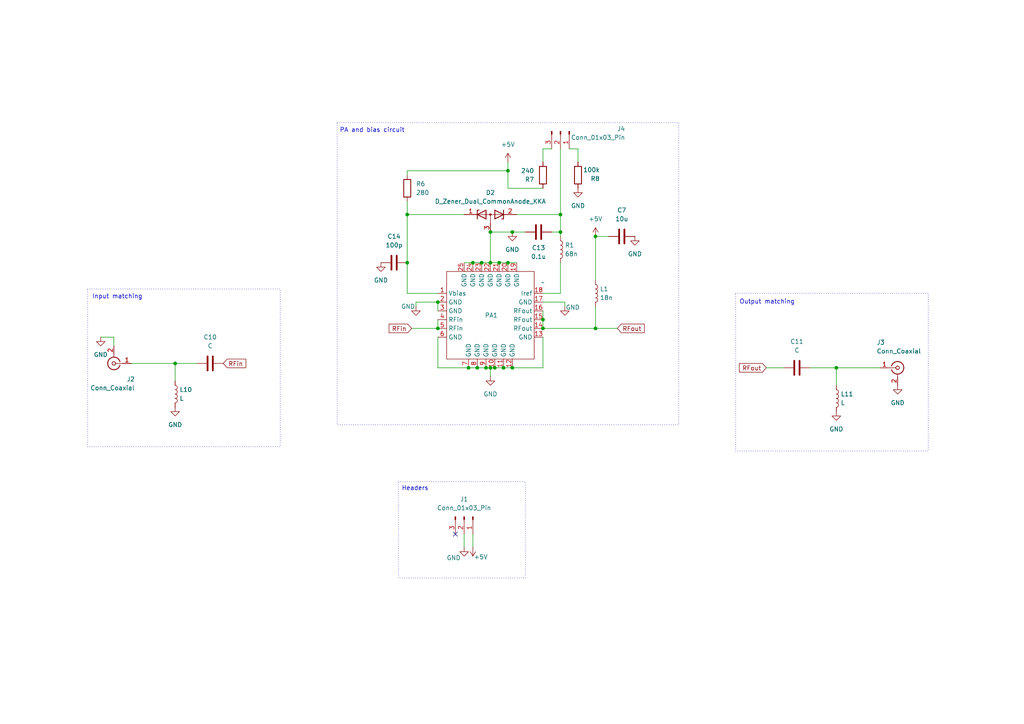
<source format=kicad_sch>
(kicad_sch (version 20231120) (generator "eeschema") (generator_version "8.0")
  (paper "A4")
  (lib_symbols
    (symbol "Avionics:TQP7M9106"
      (property "Reference" "PA" (at 0 0 0))
      (symbol "TQP7M9106_0_1"
        (rectangle (start -12.7 12.7) (end 12.7 -12.7))
      )
      (symbol "TQP7M9106_1_1"
        (pin input line (at -15.24 6.35 0) (length 2.54) (name "Vbias") (number "1"))
        (pin input line (at 1.27 -15.24 90) (length 2.54) (name "GND") (number "10"))
        (pin input line (at 3.81 -15.24 90) (length 2.54) (name "GND") (number "11"))
        (pin input line (at 6.35 -15.24 90) (length 2.54) (name "GND") (number "12"))
        (pin input line (at 15.24 -6.35 180) (length 2.54) (name "GND") (number "13"))
        (pin input line (at 15.24 -3.81 180) (length 2.54) (name "RFout") (number "14"))
        (pin input line (at 15.24 -1.27 180) (length 2.54) (name "RFout") (number "15"))
        (pin input line (at 15.24 1.27 180) (length 2.54) (name "RFout") (number "16"))
        (pin input line (at 15.24 3.81 180) (length 2.54) (name "GND") (number "17"))
        (pin input line (at 15.24 6.35 180) (length 2.54) (name "Iref") (number "18"))
        (pin input line (at 7.62 15.24 270) (length 2.54) (name "GND") (number "19"))
        (pin input line (at -15.24 3.81 0) (length 2.54) (name "GND") (number "2"))
        (pin input line (at 5.08 15.24 270) (length 2.54) (name "GND") (number "20"))
        (pin input line (at 2.54 15.24 270) (length 2.54) (name "GND") (number "21"))
        (pin input line (at 0 15.24 270) (length 2.54) (name "GND") (number "22"))
        (pin input line (at -2.54 15.24 270) (length 2.54) (name "GND") (number "23"))
        (pin input line (at -5.08 15.24 270) (length 2.54) (name "GND") (number "24"))
        (pin input line (at -7.62 15.24 270) (length 2.54) (name "GND") (number "25"))
        (pin input line (at -15.24 1.27 0) (length 2.54) (name "GND") (number "3"))
        (pin input line (at -15.24 -1.27 0) (length 2.54) (name "RFin") (number "4"))
        (pin input line (at -15.24 -3.81 0) (length 2.54) (name "RFin") (number "5"))
        (pin input line (at -15.24 -6.35 0) (length 2.54) (name "GND") (number "6"))
        (pin input line (at -6.35 -15.24 90) (length 2.54) (name "GND") (number "7"))
        (pin input line (at -3.81 -15.24 90) (length 2.54) (name "GND") (number "8"))
        (pin input line (at -1.27 -15.24 90) (length 2.54) (name "GND") (number "9"))
      )
    )
    (symbol "Connector:Conn_01x03_Pin" (pin_names (offset 1.016) hide)
      (property "Reference" "J" (at 0 5.08 0))
      (property "Value" "Conn_01x03_Pin" (at 0 -5.08 0))
      (symbol "Conn_01x03_Pin_1_1"
        (polyline (pts (xy 1.27 -2.54) (xy 0.8636 -2.54)) (stroke (width 0.1524)))
        (polyline (pts (xy 1.27 0) (xy 0.8636 0)) (stroke (width 0.1524)))
        (polyline (pts (xy 1.27 2.54) (xy 0.8636 2.54)) (stroke (width 0.1524)))
        (rectangle (start 0.8636 -2.413) (end 0 -2.667) (stroke (width 0.1524)) (fill (type outline)))
        (rectangle (start 0.8636 0.127) (end 0 -0.127) (stroke (width 0.1524)) (fill (type outline)))
        (rectangle (start 0.8636 2.667) (end 0 2.413) (stroke (width 0.1524)) (fill (type outline)))
        (pin passive line (at 5.08 2.54 180) (length 3.81) (name "Pin_1") (number "1"))
        (pin passive line (at 5.08 0 180) (length 3.81) (name "Pin_2") (number "2"))
        (pin passive line (at 5.08 -2.54 180) (length 3.81) (name "Pin_3") (number "3"))
      )
    )
    (symbol "Connector:Conn_Coaxial" (pin_names (offset 1.016) hide)
      (property "Reference" "J" (at 0.254 3.048 0))
      (property "Value" "Conn_Coaxial" (at 2.921 0 90))
      (symbol "Conn_Coaxial_0_1"
        (arc (start -1.778 -0.508) (mid 0.2311 -1.8066) (end 1.778 0) (stroke (width 0.254)))
        (polyline (pts (xy -2.54 0) (xy -0.508 0)))
        (polyline (pts (xy 0 -2.54) (xy 0 -1.778)))
        (circle (center 0 0) (radius 0.508) (stroke (width 0.2032)))
        (arc (start 1.778 0) (mid 0.2099 1.8101) (end -1.778 0.508) (stroke (width 0.254)))
      )
      (symbol "Conn_Coaxial_1_1"
        (pin passive line (at -5.08 0 0) (length 2.54) (name "In") (number "1"))
        (pin passive line (at 0 -5.08 90) (length 2.54) (name "Ext") (number "2"))
      )
    )
    (symbol "Device:C" (pin_numbers hide) (pin_names (offset 0.254))
      (property "Reference" "C" (at 0.635 2.54 0))
      (property "Value" "C" (at 0.635 -2.54 0))
      (symbol "C_0_1"
        (polyline (pts (xy -2.032 -0.762) (xy 2.032 -0.762)) (stroke (width 0.508)))
        (polyline (pts (xy -2.032 0.762) (xy 2.032 0.762)) (stroke (width 0.508)))
      )
      (symbol "C_1_1"
        (pin passive line (at 0 3.81 270) (length 2.794) (name "~") (number "1"))
        (pin passive line (at 0 -3.81 90) (length 2.794) (name "~") (number "2"))
      )
    )
    (symbol "Device:D_Zener_Dual_CommonAnode_KKA" (pin_names (offset 0.762) hide)
      (property "Reference" "D" (at 1.27 -2.54 0))
      (property "Value" "D_Zener_Dual_CommonAnode_KKA" (at 0 2.54 0))
      (symbol "D_Zener_Dual_CommonAnode_KKA_0_1"
        (polyline (pts (xy -3.556 0) (xy 3.81 0)))
        (polyline (pts (xy 0 0) (xy 0 -2.54)))
        (polyline (pts (xy -3.81 -1.27) (xy -3.81 1.27) (xy -3.302 1.27)) (stroke (width 0.254)))
        (polyline (pts (xy 3.302 -1.27) (xy 3.81 -1.27) (xy 3.81 1.27)) (stroke (width 0.254)))
        (polyline (pts (xy -1.27 -1.27) (xy -3.81 0) (xy -1.27 1.27) (xy -1.27 -1.27) (xy -1.27 -1.27) (xy -1.27 -1.27)) (stroke (width 0.254)))
        (polyline (pts (xy 1.27 1.27) (xy 3.81 0) (xy 1.27 -1.27) (xy 1.27 1.27) (xy 1.27 1.27) (xy 1.27 1.27)) (stroke (width 0.254)))
        (circle (center 0 0) (radius 0.254) (fill (type outline)))
        (pin passive line (at -7.62 0 0) (length 3.81) (name "K") (number "1"))
        (pin passive line (at 7.62 0 180) (length 3.81) (name "K") (number "2"))
        (pin passive line (at 0 -5.08 90) (length 2.54) (name "A") (number "3"))
      )
    )
    (symbol "Device:L" (pin_numbers hide) (pin_names (offset 1.016) hide)
      (property "Reference" "L" (at -1.27 0 90))
      (property "Value" "L" (at 1.905 0 90))
      (symbol "L_0_1"
        (arc (start 0 -2.54) (mid 0.6323 -1.905) (end 0 -1.27))
        (arc (start 0 -1.27) (mid 0.6323 -0.635) (end 0 0))
        (arc (start 0 0) (mid 0.6323 0.635) (end 0 1.27))
        (arc (start 0 1.27) (mid 0.6323 1.905) (end 0 2.54))
      )
      (symbol "L_1_1"
        (pin passive line (at 0 3.81 270) (length 1.27) (name "1") (number "1"))
        (pin passive line (at 0 -3.81 90) (length 1.27) (name "2") (number "2"))
      )
    )
    (symbol "Device:R" (pin_numbers hide) (pin_names (offset 0))
      (property "Reference" "R" (at 2.032 0 90))
      (property "Value" "R" (at 0 0 90))
      (symbol "R_0_1"
        (rectangle (start -1.016 -2.54) (end 1.016 2.54) (stroke (width 0.254)))
      )
      (symbol "R_1_1"
        (pin passive line (at 0 3.81 270) (length 1.27) (name "~") (number "1"))
        (pin passive line (at 0 -3.81 90) (length 1.27) (name "~") (number "2"))
      )
    )
    (symbol "power:+5V" (power) (pin_numbers hide) (pin_names (offset 0) hide)
      (property "Value" "+5V" (at 0 3.556 0))
      (symbol "+5V_0_1"
        (polyline (pts (xy -0.762 1.27) (xy 0 2.54)))
        (polyline (pts (xy 0 0) (xy 0 2.54)))
        (polyline (pts (xy 0 2.54) (xy 0.762 1.27)))
      )
      (symbol "+5V_1_1"
        (pin power_in line (at 0 0 90) (length 0) (name "~") (number "1"))
      )
    )
    (symbol "power:GND" (power) (pin_numbers hide) (pin_names (offset 0) hide)
      (property "Value" "GND" (at 0 -3.81 0))
      (symbol "GND_0_1"
        (polyline (pts (xy 0 0) (xy 0 -1.27) (xy 1.27 -1.27) (xy 0 -2.54) (xy -1.27 -1.27) (xy 0 -1.27)))
      )
      (symbol "GND_1_1"
        (pin power_in line (at 0 0 270) (length 0) (name "~") (number "1"))
      )
    )
  )
  (junction (at 50.8 105.41))
  (junction (at 162.56 67.31))
  (junction (at 140.97 106.68))
  (junction (at 242.57 106.68))
  (junction (at 148.59 67.31))
  (junction (at 127 95.25))
  (junction (at 138.43 106.68))
  (junction (at 144.78 76.2))
  (junction (at 118.11 76.2))
  (junction (at 137.16 76.2))
  (junction (at 172.72 95.25))
  (junction (at 157.48 95.25))
  (junction (at 172.72 68.58))
  (junction (at 135.89 106.68))
  (junction (at 142.24 76.2))
  (junction (at 147.32 49.53))
  (junction (at 118.11 62.23))
  (junction (at 148.59 106.68))
  (junction (at 142.24 106.68))
  (junction (at 139.7 76.2))
  (junction (at 146.05 106.68))
  (junction (at 157.48 92.71))
  (junction (at 147.32 76.2))
  (junction (at 162.56 62.23))
  (junction (at 143.51 106.68))
  (junction (at 142.24 67.31))
  (junction (at 127 87.63))
  (no_connect (at 132.08 154.94))
  (wire (pts (xy 157.48 106.68) (xy 148.59 106.68)))
  (wire (pts (xy 142.24 67.31) (xy 142.24 76.2)))
  (wire (pts (xy 118.11 76.2) (xy 118.11 85.09)))
  (wire (pts (xy 134.62 76.2) (xy 137.16 76.2)))
  (wire (pts (xy 162.56 76.2) (xy 162.56 85.09)))
  (wire (pts (xy 172.72 81.28) (xy 172.72 68.58)))
  (wire (pts (xy 172.72 95.25) (xy 179.07 95.25)))
  (wire (pts (xy 140.97 106.68) (xy 142.24 106.68)))
  (wire (pts (xy 144.78 76.2) (xy 147.32 76.2)))
  (wire (pts (xy 147.32 54.61) (xy 157.48 54.61)))
  (wire (pts (xy 157.48 95.25) (xy 172.72 95.25)))
  (wire (pts (xy 146.05 106.68) (xy 148.59 106.68)))
  (wire (pts (xy 157.48 43.18) (xy 157.48 46.99)))
  (wire (pts (xy 118.11 50.8) (xy 118.11 49.53)))
  (wire (pts (xy 127 92.71) (xy 127 95.25)))
  (wire (pts (xy 138.43 106.68) (xy 140.97 106.68)))
  (wire (pts (xy 242.57 106.68) (xy 242.57 111.76)))
  (wire (pts (xy 147.32 46.99) (xy 147.32 49.53)))
  (wire (pts (xy 142.24 106.68) (xy 142.24 109.22)))
  (wire (pts (xy 143.51 106.68) (xy 146.05 106.68)))
  (wire (pts (xy 137.16 76.2) (xy 139.7 76.2)))
  (wire (pts (xy 33.02 100.33) (xy 33.02 97.79)))
  (wire (pts (xy 157.48 92.71) (xy 157.48 95.25)))
  (wire (pts (xy 119.38 95.25) (xy 127 95.25)))
  (wire (pts (xy 127 97.79) (xy 127 106.68)))
  (wire (pts (xy 157.48 97.79) (xy 157.48 106.68)))
  (wire (pts (xy 142.24 76.2) (xy 144.78 76.2)))
  (wire (pts (xy 172.72 95.25) (xy 172.72 88.9)))
  (wire (pts (xy 142.24 67.31) (xy 148.59 67.31)))
  (wire (pts (xy 160.02 67.31) (xy 162.56 67.31)))
  (wire (pts (xy 157.48 85.09) (xy 162.56 85.09)))
  (wire (pts (xy 167.64 43.18) (xy 167.64 46.99)))
  (wire (pts (xy 127 87.63) (xy 120.65 87.63)))
  (wire (pts (xy 149.86 62.23) (xy 162.56 62.23)))
  (wire (pts (xy 139.7 76.2) (xy 142.24 76.2)))
  (wire (pts (xy 118.11 49.53) (xy 147.32 49.53)))
  (wire (pts (xy 147.32 76.2) (xy 149.86 76.2)))
  (wire (pts (xy 147.32 49.53) (xy 147.32 54.61)))
  (wire (pts (xy 118.11 62.23) (xy 134.62 62.23)))
  (wire (pts (xy 157.48 90.17) (xy 157.48 92.71)))
  (wire (pts (xy 118.11 58.42) (xy 118.11 62.23)))
  (wire (pts (xy 162.56 43.18) (xy 162.56 62.23)))
  (wire (pts (xy 127 87.63) (xy 127 90.17)))
  (wire (pts (xy 157.48 87.63) (xy 163.83 87.63)))
  (wire (pts (xy 162.56 62.23) (xy 162.56 67.31)))
  (wire (pts (xy 172.72 68.58) (xy 176.53 68.58)))
  (wire (pts (xy 118.11 85.09) (xy 127 85.09)))
  (wire (pts (xy 163.83 87.63) (xy 163.83 88.9)))
  (wire (pts (xy 29.21 97.79) (xy 33.02 97.79)))
  (wire (pts (xy 50.8 105.41) (xy 50.8 110.49)))
  (wire (pts (xy 135.89 106.68) (xy 138.43 106.68)))
  (wire (pts (xy 165.1 43.18) (xy 167.64 43.18)))
  (wire (pts (xy 234.95 106.68) (xy 242.57 106.68)))
  (wire (pts (xy 222.25 106.68) (xy 227.33 106.68)))
  (wire (pts (xy 50.8 105.41) (xy 57.15 105.41)))
  (wire (pts (xy 120.65 87.63) (xy 120.65 88.9)))
  (wire (pts (xy 134.62 154.94) (xy 134.62 158.75)))
  (wire (pts (xy 137.16 154.94) (xy 137.16 158.75)))
  (wire (pts (xy 160.02 43.18) (xy 157.48 43.18)))
  (wire (pts (xy 142.24 106.68) (xy 143.51 106.68)))
  (wire (pts (xy 38.1 105.41) (xy 50.8 105.41)))
  (wire (pts (xy 127 106.68) (xy 135.89 106.68)))
  (wire (pts (xy 118.11 62.23) (xy 118.11 76.2)))
  (wire (pts (xy 242.57 106.68) (xy 255.27 106.68)))
  (wire (pts (xy 148.59 67.31) (xy 152.4 67.31)))
  (wire (pts (xy 162.56 67.31) (xy 162.56 68.58)))
  (rectangle (start 25.4 83.82) (end 81.28 129.54) (stroke (width 0) (type dot)))
  (rectangle (start 97.79 35.56) (end 196.85 123.19) (stroke (width 0) (type dot)))
  (rectangle (start 213.36 85.09) (end 269.24 130.81) (stroke (width 0) (type dot)))
  (rectangle (start 115.57 139.7) (end 152.4 167.64) (stroke (width 0) (type dot)))
  (text "PA and bias circuit" (at 107.95 37.846 0) (effects (font (size 1.27 1.27))))
  (text "Input matching" (at 34.036 86.106 0) (effects (font (size 1.27 1.27))))
  (text "Output matching" (at 222.504 87.63 0) (effects (font (size 1.27 1.27))))
  (text "Headers" (at 120.396 141.732 0) (effects (font (size 1.27 1.27))))
  (global_label "RFin" (shape input) (at 64.77 105.41 0) (property "Intersheetrefs" "${INTERSHEET_REFS}" (effects (hide yes))))
  (global_label "RFout" (shape input) (at 179.07 95.25 0) (property "Intersheetrefs" "${INTERSHEET_REFS}" (effects (hide yes))))
  (global_label "RFin" (shape input) (at 119.38 95.25 180) (property "Intersheetrefs" "${INTERSHEET_REFS}" (effects (hide yes))))
  (global_label "RFout" (shape input) (at 222.25 106.68 180) (property "Intersheetrefs" "${INTERSHEET_REFS}" (effects (hide yes))))
  (symbol (lib_id "Device:R") (at 157.48 50.8 180) (unit 1)
    (property "Reference" "R7" (at 154.94 52.0701 0) (effects (justify left)))
    (property "Value" "240" (at 154.94 49.5301 0) (effects (justify left)))
    (property "Footprint" "Resistor_SMD:R_0805_2012Metric_Pad1.20x1.40mm_HandSolder" (effects (hide yes)))
    (property "Description" "Resistor" (effects (hide yes)))
  )
  (symbol (lib_id "Device:R") (at 118.11 54.61 0) (unit 1)
    (property "Reference" "R6" (at 120.65 53.3399 0) (effects (justify left)))
    (property "Value" "280" (at 120.65 55.8799 0) (effects (justify left)))
    (property "Footprint" "Resistor_SMD:R_0805_2012Metric_Pad1.20x1.40mm_HandSolder" (effects (hide yes)))
    (property "Description" "Resistor" (effects (hide yes)))
  )
  (symbol (lib_id "power:GND") (at 148.59 67.31 0) (unit 1)
    (property "Reference" "#PWR01" (effects (hide yes)))
    (property "Value" "GND" (at 148.59 72.39 0))
    (property "Description" "Power symbol creates a global label with name \"GND\" , ground" (effects (hide yes)))
  )
  (symbol (lib_id "power:GND") (at 167.64 54.61 0) (unit 1)
    (property "Reference" "#PWR015" (effects (hide yes)))
    (property "Value" "GND" (at 167.64 59.69 0))
    (property "Description" "Power symbol creates a global label with name \"GND\" , ground" (effects (hide yes)))
  )
  (symbol (lib_id "Device:C") (at 60.96 105.41 90) (unit 1)
    (property "Reference" "C10" (at 60.96 97.79 90))
    (property "Value" "C" (at 60.96 100.33 90))
    (property "Footprint" "Capacitor_SMD:C_0805_2012Metric_Pad1.18x1.45mm_HandSolder" (effects (hide yes)))
    (property "Description" "Unpolarized capacitor" (effects (hide yes)))
  )
  (symbol (lib_id "power:GND") (at 110.49 76.2 0) (unit 1)
    (property "Reference" "#PWR06" (effects (hide yes)))
    (property "Value" "GND" (at 110.49 81.28 0))
    (property "Description" "Power symbol creates a global label with name \"GND\" , ground" (effects (hide yes)))
  )
  (symbol (lib_id "Device:C") (at 231.14 106.68 90) (unit 1)
    (property "Reference" "C11" (at 231.14 99.06 90))
    (property "Value" "C" (at 231.14 101.6 90))
    (property "Footprint" "Capacitor_SMD:C_0805_2012Metric_Pad1.18x1.45mm_HandSolder" (effects (hide yes)))
    (property "Description" "Unpolarized capacitor" (effects (hide yes)))
  )
  (symbol (lib_id "power:GND") (at 50.8 118.11 0) (unit 1)
    (property "Reference" "#PWR011" (effects (hide yes)))
    (property "Value" "GND" (at 50.8 123.19 0))
    (property "Description" "Power symbol creates a global label with name \"GND\" , ground" (effects (hide yes)))
  )
  (symbol (lib_id "Device:C") (at 114.3 76.2 90) (unit 1)
    (property "Reference" "C14" (at 114.3 68.58 90))
    (property "Value" "100p" (at 114.3 71.12 90))
    (property "Footprint" "Capacitor_SMD:C_0805_2012Metric_Pad1.18x1.45mm_HandSolder" (effects (hide yes)))
    (property "Description" "Unpolarized capacitor" (effects (hide yes)))
  )
  (symbol (lib_id "Device:D_Zener_Dual_CommonAnode_KKA") (at 142.24 62.23 0) (unit 1)
    (property "Reference" "D2" (at 142.24 55.88 0))
    (property "Value" "D_Zener_Dual_CommonAnode_KKA" (at 142.24 58.42 0))
    (property "Footprint" "Package_TO_SOT_SMD:TSOT-23" (effects (hide yes)))
    (property "Description" "Dual Zener diode, common anode on pin 3" (effects (hide yes)))
  )
  (symbol (lib_id "Connector:Conn_01x03_Pin") (at 134.62 149.86 270) (unit 1)
    (property "Reference" "J1" (at 134.62 144.78 90))
    (property "Value" "Conn_01x03_Pin" (at 134.62 147.32 90))
    (property "Footprint" "Connector_PinHeader_2.54mm:PinHeader_1x03_P2.54mm_Vertical" (effects (hide yes)))
    (property "Description" "Generic connector, single row, 01x03, script generated" (effects (hide yes)))
  )
  (symbol (lib_id "Device:L") (at 162.56 72.39 0) (unit 1)
    (property "Reference" "R1" (at 163.83 71.1199 0) (effects (justify left)))
    (property "Value" "68n" (at 163.83 73.6599 0) (effects (justify left)))
    (property "Footprint" "Inductor_SMD:L_0805_2012Metric_Pad1.15x1.40mm_HandSolder" (effects (hide yes)))
    (property "Description" "Inductor" (effects (hide yes)))
  )
  (symbol (lib_id "power:+5V") (at 172.72 68.58 0) (unit 1)
    (property "Reference" "#PWR014" (effects (hide yes)))
    (property "Value" "+5V" (at 172.72 63.5 0))
    (property "Description" "Power symbol creates a global label with name \"+5V\"" (effects (hide yes)))
  )
  (symbol (lib_id "power:GND") (at 260.35 111.76 0) (unit 1)
    (property "Reference" "#PWR013" (effects (hide yes)))
    (property "Value" "GND" (at 260.35 116.84 0))
    (property "Description" "Power symbol creates a global label with name \"GND\" , ground" (effects (hide yes)))
  )
  (symbol (lib_id "power:GND") (at 29.21 97.79 0) (unit 1)
    (property "Reference" "#PWR010" (effects (hide yes)))
    (property "Value" "GND" (at 29.21 102.87 0))
    (property "Description" "Power symbol creates a global label with name \"GND\" , ground" (effects (hide yes)))
  )
  (symbol (lib_id "Connector:Conn_Coaxial") (at 260.35 106.68 0) (unit 1)
    (property "Reference" "J3" (at 254.254 99.314 0) (effects (justify left)))
    (property "Value" "Conn_Coaxial" (at 254.254 101.854 0) (effects (justify left)))
    (property "Footprint" "adafruit:SMA_EDGELAUNCH" (effects (hide yes)))
    (property "Description" "coaxial connector (BNC, SMA, SMB, SMC, Cinch/RCA, LEMO, ...)" (effects (hide yes)))
  )
  (symbol (lib_id "Device:L") (at 172.72 85.09 0) (unit 1)
    (property "Reference" "L1" (at 173.99 83.8199 0) (effects (justify left)))
    (property "Value" "18n" (at 173.99 86.3599 0) (effects (justify left)))
    (property "Footprint" "Inductor_SMD:L_0805_2012Metric_Pad1.15x1.40mm_HandSolder" (effects (hide yes)))
    (property "Description" "Inductor" (effects (hide yes)))
  )
  (symbol (lib_id "Connector:Conn_Coaxial") (at 33.02 105.41 180) (unit 1)
    (property "Reference" "J2" (at 39.116 109.982 0) (effects (justify left)))
    (property "Value" "Conn_Coaxial" (at 39.116 112.522 0) (effects (justify left)))
    (property "Footprint" "adafruit:SMA_EDGELAUNCH" (effects (hide yes)))
    (property "Description" "coaxial connector (BNC, SMA, SMB, SMC, Cinch/RCA, LEMO, ...)" (effects (hide yes)))
  )
  (symbol (lib_id "power:GND") (at 120.65 88.9 0) (unit 1)
    (property "Reference" "#PWR03" (effects (hide yes)))
    (property "Value" "GND" (at 118.364 88.9 0))
    (property "Description" "Power symbol creates a global label with name \"GND\" , ground" (effects (hide yes)))
  )
  (symbol (lib_id "power:+5V") (at 147.32 46.99 0) (unit 1)
    (property "Reference" "#PWR05" (effects (hide yes)))
    (property "Value" "+5V" (at 147.32 41.91 0))
    (property "Description" "Power symbol creates a global label with name \"+5V\"" (effects (hide yes)))
  )
  (symbol (lib_id "Device:L") (at 242.57 115.57 0) (unit 1)
    (property "Reference" "L11" (at 243.84 114.2999 0) (effects (justify left)))
    (property "Value" "L" (at 243.84 116.8399 0) (effects (justify left)))
    (property "Footprint" "Inductor_SMD:L_0805_2012Metric_Pad1.15x1.40mm_HandSolder" (effects (hide yes)))
    (property "Description" "Inductor" (effects (hide yes)))
  )
  (symbol (lib_id "power:GND") (at 242.57 119.38 0) (unit 1)
    (property "Reference" "#PWR012" (effects (hide yes)))
    (property "Value" "GND" (at 242.57 124.46 0))
    (property "Description" "Power symbol creates a global label with name \"GND\" , ground" (effects (hide yes)))
  )
  (symbol (lib_id "power:+5V") (at 137.16 158.75 180) (unit 1)
    (property "Reference" "#PWR09" (effects (hide yes)))
    (property "Value" "+5V" (at 139.446 161.544 0))
    (property "Description" "Power symbol creates a global label with name \"+5V\"" (effects (hide yes)))
  )
  (symbol (lib_id "power:GND") (at 134.62 158.75 0) (unit 1)
    (property "Reference" "#PWR08" (effects (hide yes)))
    (property "Value" "GND" (at 131.572 161.798 0))
    (property "Description" "Power symbol creates a global label with name \"GND\" , ground" (effects (hide yes)))
  )
  (symbol (lib_id "Connector:Conn_01x03_Pin") (at 162.56 38.1 270) (unit 1)
    (property "Reference" "J4" (at 181.356 37.338 90) (effects (justify right)))
    (property "Value" "Conn_01x03_Pin" (at 181.356 39.878 90) (effects (justify right)))
    (property "Footprint" "Connector_PinHeader_2.54mm:PinHeader_1x03_P2.54mm_Vertical" (effects (hide yes)))
    (property "Description" "Generic connector, single row, 01x03, script generated" (effects (hide yes)))
  )
  (symbol (lib_id "power:GND") (at 142.24 109.22 0) (unit 1)
    (property "Reference" "#PWR02" (effects (hide yes)))
    (property "Value" "GND" (at 142.24 114.3 0))
    (property "Description" "Power symbol creates a global label with name \"GND\" , ground" (effects (hide yes)))
  )
  (symbol (lib_id "power:GND") (at 163.83 88.9 0) (unit 1)
    (property "Reference" "#PWR04" (effects (hide yes)))
    (property "Value" "GND" (at 166.116 89.154 0))
    (property "Description" "Power symbol creates a global label with name \"GND\" , ground" (effects (hide yes)))
  )
  (symbol (lib_id "Device:C") (at 156.21 67.31 90) (unit 1)
    (property "Reference" "C13" (at 156.21 71.882 90))
    (property "Value" "0.1u" (at 156.21 74.422 90))
    (property "Footprint" "Capacitor_SMD:C_0805_2012Metric_Pad1.18x1.45mm_HandSolder" (effects (hide yes)))
    (property "Description" "Unpolarized capacitor" (effects (hide yes)))
  )
  (symbol (lib_id "Avionics:TQP7M9106") (at 142.24 91.44 0) (unit 1)
    (property "Reference" "PA1" (at 142.494 91.44 0))
    (property "Value" "~" (at 157.48 81.9465 0))
    (property "Footprint" "Avionics:TQP7M9106" (effects (hide yes)))
  )
  (symbol (lib_id "power:GND") (at 184.15 68.58 0) (unit 1)
    (property "Reference" "#PWR07" (effects (hide yes)))
    (property "Value" "GND" (at 184.15 73.66 0))
    (property "Description" "Power symbol creates a global label with name \"GND\" , ground" (effects (hide yes)))
  )
  (symbol (lib_id "Device:C") (at 180.34 68.58 90) (unit 1)
    (property "Reference" "C7" (at 180.34 60.96 90))
    (property "Value" "10u" (at 180.34 63.5 90))
    (property "Footprint" "Capacitor_SMD:C_0805_2012Metric_Pad1.18x1.45mm_HandSolder" (effects (hide yes)))
    (property "Description" "Unpolarized capacitor" (effects (hide yes)))
  )
  (symbol (lib_id "Device:L") (at 50.8 114.3 0) (unit 1)
    (property "Reference" "L10" (at 52.07 113.0299 0) (effects (justify left)))
    (property "Value" "L" (at 52.07 115.5699 0) (effects (justify left)))
    (property "Footprint" "Inductor_SMD:L_0805_2012Metric_Pad1.15x1.40mm_HandSolder" (effects (hide yes)))
    (property "Description" "Inductor" (effects (hide yes)))
  )
  (symbol (lib_id "Device:R") (at 167.64 50.8 180) (unit 1)
    (property "Reference" "R8" (at 173.99 51.816 0) (effects (justify left)))
    (property "Value" "100k" (at 173.99 49.276 0) (effects (justify left)))
    (property "Footprint" "Resistor_SMD:R_0805_2012Metric_Pad1.20x1.40mm_HandSolder" (effects (hide yes)))
    (property "Description" "Resistor" (effects (hide yes)))
  )
)
</source>
